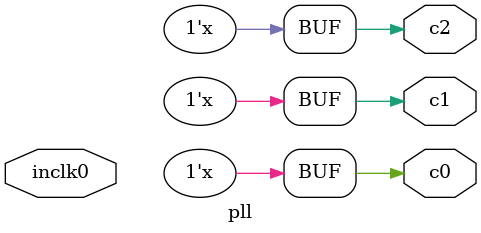
<source format=v>

`timescale 1 ns / 100 ps

module pll (
	input wire inclk0,
	output reg c0 = 0,
	output reg c1 = 1,
	output reg c2 = 0
);

always #2 c0 = ~c0; // Faked as 250 MHz
always #20 c1 = ~c1; // Faked as 25 MHz
always #10417 c2 = ~c2;

endmodule

</source>
